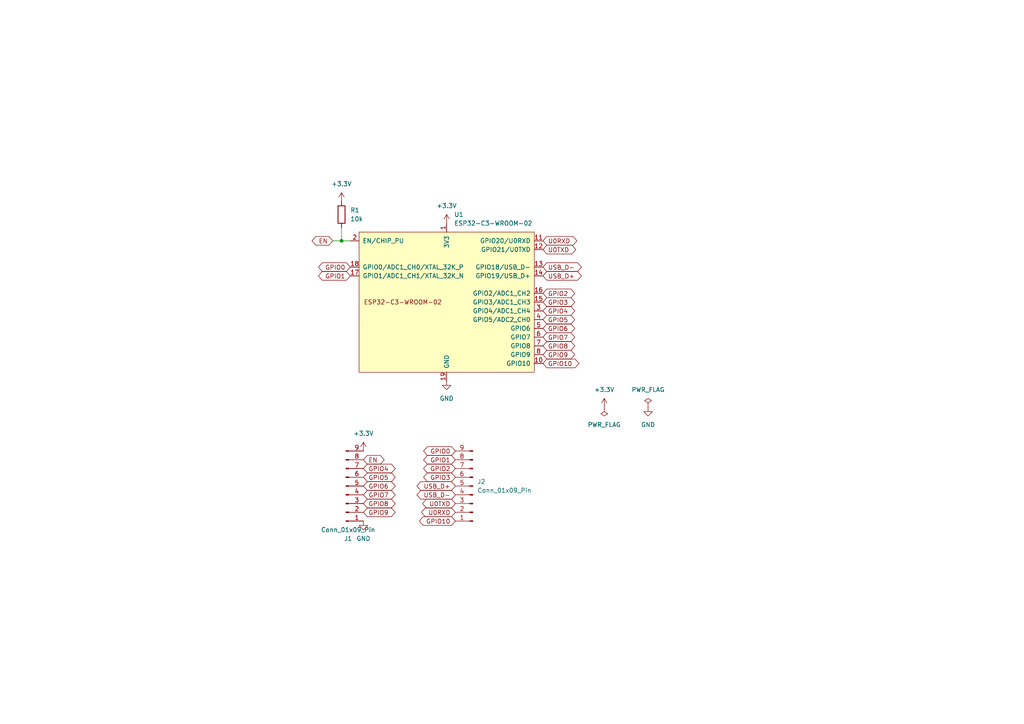
<source format=kicad_sch>
(kicad_sch (version 20230121) (generator eeschema)
  (paper "A4")
  (title_block (title "ESP32-C3-WROOM-02 Breakout Board") (date "2024-02-10") (rev "1") (company "K.Takata"))
  (lib_symbols
    (symbol "Connector:Conn_01x09_Pin" (pin_names (offset 1.016) hide)
      (property "Reference" "J" (at 0 12.7 0))
      (property "Value" "Conn_01x09_Pin" (at 0 -12.7 0))
      (symbol "Conn_01x09_Pin_1_1"
        (polyline (pts (xy 1.27 -10.16) (xy 0.8636 -10.16)) (stroke (width 0.1524)))
        (polyline (pts (xy 1.27 -7.62) (xy 0.8636 -7.62)) (stroke (width 0.1524)))
        (polyline (pts (xy 1.27 -5.08) (xy 0.8636 -5.08)) (stroke (width 0.1524)))
        (polyline (pts (xy 1.27 -2.54) (xy 0.8636 -2.54)) (stroke (width 0.1524)))
        (polyline (pts (xy 1.27 0) (xy 0.8636 0)) (stroke (width 0.1524)))
        (polyline (pts (xy 1.27 2.54) (xy 0.8636 2.54)) (stroke (width 0.1524)))
        (polyline (pts (xy 1.27 5.08) (xy 0.8636 5.08)) (stroke (width 0.1524)))
        (polyline (pts (xy 1.27 7.62) (xy 0.8636 7.62)) (stroke (width 0.1524)))
        (polyline (pts (xy 1.27 10.16) (xy 0.8636 10.16)) (stroke (width 0.1524)))
        (rectangle (start 0.8636 -10.033) (end 0 -10.287) (stroke (width 0.1524)) (fill (type outline)))
        (rectangle (start 0.8636 -7.493) (end 0 -7.747) (stroke (width 0.1524)) (fill (type outline)))
        (rectangle (start 0.8636 -4.953) (end 0 -5.207) (stroke (width 0.1524)) (fill (type outline)))
        (rectangle (start 0.8636 -2.413) (end 0 -2.667) (stroke (width 0.1524)) (fill (type outline)))
        (rectangle (start 0.8636 0.127) (end 0 -0.127) (stroke (width 0.1524)) (fill (type outline)))
        (rectangle (start 0.8636 2.667) (end 0 2.413) (stroke (width 0.1524)) (fill (type outline)))
        (rectangle (start 0.8636 5.207) (end 0 4.953) (stroke (width 0.1524)) (fill (type outline)))
        (rectangle (start 0.8636 7.747) (end 0 7.493) (stroke (width 0.1524)) (fill (type outline)))
        (rectangle (start 0.8636 10.287) (end 0 10.033) (stroke (width 0.1524)) (fill (type outline)))
        (pin passive line (at 5.08 10.16 180) (length 3.81) (name "Pin_1") (number "1"))
        (pin passive line (at 5.08 7.62 180) (length 3.81) (name "Pin_2") (number "2"))
        (pin passive line (at 5.08 5.08 180) (length 3.81) (name "Pin_3") (number "3"))
        (pin passive line (at 5.08 2.54 180) (length 3.81) (name "Pin_4") (number "4"))
        (pin passive line (at 5.08 0 180) (length 3.81) (name "Pin_5") (number "5"))
        (pin passive line (at 5.08 -2.54 180) (length 3.81) (name "Pin_6") (number "6"))
        (pin passive line (at 5.08 -5.08 180) (length 3.81) (name "Pin_7") (number "7"))
        (pin passive line (at 5.08 -7.62 180) (length 3.81) (name "Pin_8") (number "8"))
        (pin passive line (at 5.08 -10.16 180) (length 3.81) (name "Pin_9") (number "9"))
      )
    )
    (symbol "Device:R" (pin_numbers hide) (pin_names (offset 0))
      (property "Reference" "R" (at 2.032 0 90))
      (property "Value" "R" (at 0 0 90))
      (symbol "R_0_1"
        (rectangle (start -1.016 -2.54) (end 1.016 2.54) (stroke (width 0.254)))
      )
      (symbol "R_1_1"
        (pin passive line (at 0 3.81 270) (length 1.27) (name "~") (number "1"))
        (pin passive line (at 0 -3.81 90) (length 1.27) (name "~") (number "2"))
      )
    )
    (symbol "PCM_Espressif:ESP32-C3-WROOM-02" (pin_names (offset 1.016))
      (property "Reference" "U" (at -25.4 25.4 0))
      (property "Value" "ESP32-C3-WROOM-02" (at -25.4 22.86 0))
      (symbol "ESP32-C3-WROOM-02_0_0"
        (text "ESP32-C3-WROOM-02" (at -12.7 0 0) (effects (font (size 1.27 1.27))))
      )
      (symbol "ESP32-C3-WROOM-02_0_1"
        (rectangle (start 25.4 20.32) (end -25.4 -20.32) (fill (type background)))
      )
      (symbol "ESP32-C3-WROOM-02_1_1"
        (pin power_in line (at 0 22.86 270) (length 2.54) (name "3V3") (number "1"))
        (pin bidirectional line (at 27.94 -17.78 180) (length 2.54) (name "GPIO10") (number "10"))
        (pin bidirectional line (at 27.94 17.78 180) (length 2.54) (name "GPIO20/U0RXD") (number "11"))
        (pin bidirectional line (at 27.94 15.24 180) (length 2.54) (name "GPIO21/U0TXD") (number "12"))
        (pin bidirectional line (at 27.94 10.16 180) (length 2.54) (name "GPIO18/USB_D-") (number "13"))
        (pin bidirectional line (at 27.94 7.62 180) (length 2.54) (name "GPIO19/USB_D+") (number "14"))
        (pin bidirectional line (at 27.94 0 180) (length 2.54) (name "GPIO3/ADC1_CH3") (number "15"))
        (pin bidirectional line (at 27.94 2.54 180) (length 2.54) (name "GPIO2/ADC1_CH2") (number "16"))
        (pin bidirectional line (at -27.94 7.62 0) (length 2.54) (name "GPIO1/ADC1_CH1/XTAL_32K_N") (number "17"))
        (pin bidirectional line (at -27.94 10.16 0) (length 2.54) (name "GPIO0/ADC1_CH0/XTAL_32K_P") (number "18"))
        (pin power_in line (at 0 -22.86 90) (length 2.54) (name "GND") (number "19"))
        (pin input line (at -27.94 17.78 0) (length 2.54) (name "EN/CHIP_PU") (number "2"))
        (pin bidirectional line (at 27.94 -2.54 180) (length 2.54) (name "GPIO4/ADC1_CH4") (number "3"))
        (pin bidirectional line (at 27.94 -5.08 180) (length 2.54) (name "GPIO5/ADC2_CH0") (number "4"))
        (pin bidirectional line (at 27.94 -7.62 180) (length 2.54) (name "GPIO6") (number "5"))
        (pin bidirectional line (at 27.94 -10.16 180) (length 2.54) (name "GPIO7") (number "6"))
        (pin bidirectional line (at 27.94 -12.7 180) (length 2.54) (name "GPIO8") (number "7"))
        (pin bidirectional line (at 27.94 -15.24 180) (length 2.54) (name "GPIO9") (number "8"))
        (pin passive line (at 0 -22.86 90) (length 2.54) hide (name "GND") (number "9"))
      )
    )
    (symbol "power:+3.3V" (power) (pin_names (offset 0))
      (property "Value" "+3.3V" (at 0 3.556 0))
      (symbol "+3.3V_0_1"
        (polyline (pts (xy -0.762 1.27) (xy 0 2.54)))
        (polyline (pts (xy 0 0) (xy 0 2.54)))
        (polyline (pts (xy 0 2.54) (xy 0.762 1.27)))
      )
      (symbol "+3.3V_1_1"
        (pin power_in line (at 0 0 90) (length 0) hide (name "+3.3V") (number "1"))
      )
    )
    (symbol "power:GND" (power) (pin_names (offset 0))
      (property "Value" "GND" (at 0 -3.81 0))
      (symbol "GND_0_1"
        (polyline (pts (xy 0 0) (xy 0 -1.27) (xy 1.27 -1.27) (xy 0 -2.54) (xy -1.27 -1.27) (xy 0 -1.27)))
      )
      (symbol "GND_1_1"
        (pin power_in line (at 0 0 270) (length 0) hide (name "GND") (number "1"))
      )
    )
    (symbol "power:PWR_FLAG" (power) (pin_numbers hide) (pin_names (offset 0) hide)
      (property "Value" "PWR_FLAG" (at 0 3.81 0))
      (symbol "PWR_FLAG_0_0"
        (pin power_out line (at 0 0 90) (length 0) (name "pwr") (number "1"))
      )
      (symbol "PWR_FLAG_0_1"
        (polyline (pts (xy 0 0) (xy 0 1.27) (xy -1.016 1.905) (xy 0 2.54) (xy 1.016 1.905) (xy 0 1.27)))
      )
    )
  )
  (junction (at 99.06 69.85))
  (wire (pts (xy 96.52 69.85) (xy 99.06 69.85)))
  (wire (pts (xy 99.06 66.04) (xy 99.06 69.85)))
  (wire (pts (xy 99.06 69.85) (xy 101.6 69.85)))
  (global_label "GPIO10" (shape bidirectional) (at 132.08 151.13 180) (property "Intersheetrefs" "${INTERSHEET_REFS}" (effects hide)))
  (global_label "GPIO4" (shape bidirectional) (at 157.48 90.17 0) (property "Intersheetrefs" "${INTERSHEET_REFS}" (effects hide)))
  (global_label "GPIO8" (shape bidirectional) (at 157.48 100.33 0) (property "Intersheetrefs" "${INTERSHEET_REFS}" (effects hide)))
  (global_label "USB_D-" (shape bidirectional) (at 132.08 143.51 180) (property "Intersheetrefs" "${INTERSHEET_REFS}" (effects hide)))
  (global_label "USB_D-" (shape bidirectional) (at 157.48 77.47 0) (property "Intersheetrefs" "${INTERSHEET_REFS}" (effects hide)))
  (global_label "GPIO0" (shape bidirectional) (at 132.08 130.81 180) (property "Intersheetrefs" "${INTERSHEET_REFS}" (effects hide)))
  (global_label "GPIO7" (shape bidirectional) (at 157.48 97.79 0) (property "Intersheetrefs" "${INTERSHEET_REFS}" (effects hide)))
  (global_label "GPIO2" (shape bidirectional) (at 157.48 85.09 0) (property "Intersheetrefs" "${INTERSHEET_REFS}" (effects hide)))
  (global_label "GPIO2" (shape bidirectional) (at 132.08 135.89 180) (property "Intersheetrefs" "${INTERSHEET_REFS}" (effects hide)))
  (global_label "GPIO1" (shape bidirectional) (at 101.6 80.01 180) (property "Intersheetrefs" "${INTERSHEET_REFS}" (effects hide)))
  (global_label "USB_D+" (shape bidirectional) (at 132.08 140.97 180) (property "Intersheetrefs" "${INTERSHEET_REFS}" (effects hide)))
  (global_label "GPIO3" (shape bidirectional) (at 157.48 87.63 0) (property "Intersheetrefs" "${INTERSHEET_REFS}" (effects hide)))
  (global_label "GPIO8" (shape bidirectional) (at 105.41 146.05 0) (property "Intersheetrefs" "${INTERSHEET_REFS}" (effects hide)))
  (global_label "GPIO9" (shape bidirectional) (at 157.48 102.87 0) (property "Intersheetrefs" "${INTERSHEET_REFS}" (effects hide)))
  (global_label "U0TXD" (shape bidirectional) (at 132.08 146.05 180) (property "Intersheetrefs" "${INTERSHEET_REFS}" (effects hide)))
  (global_label "U0RXD" (shape bidirectional) (at 157.48 69.85 0) (property "Intersheetrefs" "${INTERSHEET_REFS}" (effects hide)))
  (global_label "EN" (shape bidirectional) (at 96.52 69.85 180) (property "Intersheetrefs" "${INTERSHEET_REFS}" (effects hide)))
  (global_label "U0TXD" (shape bidirectional) (at 157.48 72.39 0) (property "Intersheetrefs" "${INTERSHEET_REFS}" (effects hide)))
  (global_label "GPIO1" (shape bidirectional) (at 132.08 133.35 180) (property "Intersheetrefs" "${INTERSHEET_REFS}" (effects hide)))
  (global_label "GPIO3" (shape bidirectional) (at 132.08 138.43 180) (property "Intersheetrefs" "${INTERSHEET_REFS}" (effects hide)))
  (global_label "GPIO4" (shape bidirectional) (at 105.41 135.89 0) (property "Intersheetrefs" "${INTERSHEET_REFS}" (effects hide)))
  (global_label "EN" (shape bidirectional) (at 105.41 133.35 0) (property "Intersheetrefs" "${INTERSHEET_REFS}" (effects hide)))
  (global_label "GPIO9" (shape bidirectional) (at 105.41 148.59 0) (property "Intersheetrefs" "${INTERSHEET_REFS}" (effects hide)))
  (global_label "GPIO7" (shape bidirectional) (at 105.41 143.51 0) (property "Intersheetrefs" "${INTERSHEET_REFS}" (effects hide)))
  (global_label "GPIO5" (shape bidirectional) (at 105.41 138.43 0) (property "Intersheetrefs" "${INTERSHEET_REFS}" (effects hide)))
  (global_label "USB_D+" (shape bidirectional) (at 157.48 80.01 0) (property "Intersheetrefs" "${INTERSHEET_REFS}" (effects hide)))
  (global_label "GPIO6" (shape bidirectional) (at 105.41 140.97 0) (property "Intersheetrefs" "${INTERSHEET_REFS}" (effects hide)))
  (global_label "GPIO10" (shape bidirectional) (at 157.48 105.41 0) (property "Intersheetrefs" "${INTERSHEET_REFS}" (effects hide)))
  (global_label "GPIO6" (shape bidirectional) (at 157.48 95.25 0) (property "Intersheetrefs" "${INTERSHEET_REFS}" (effects hide)))
  (global_label "GPIO5" (shape bidirectional) (at 157.48 92.71 0) (property "Intersheetrefs" "${INTERSHEET_REFS}" (effects hide)))
  (global_label "GPIO0" (shape bidirectional) (at 101.6 77.47 180) (property "Intersheetrefs" "${INTERSHEET_REFS}" (effects hide)))
  (global_label "U0RXD" (shape bidirectional) (at 132.08 148.59 180) (property "Intersheetrefs" "${INTERSHEET_REFS}" (effects hide)))
  (symbol (lib_id "power:GND") (at 187.96 118.11 0) (unit 1)
    (property "Reference" "#PWR06" (effects hide))
    (property "Value" "GND" (at 187.96 123.19 0))
  )
  (symbol (lib_id "Device:R") (at 99.06 62.23 0) (unit 1)
    (property "Reference" "R1" (at 101.6 60.96 0) (effects (justify left)))
    (property "Value" "10k" (at 101.6 63.5 0) (effects (justify left)))
    (property "Footprint" "Resistor_SMD:R_0805_2012Metric_Pad1.20x1.40mm_HandSolder" (effects hide))
  )
  (symbol (lib_id "PCM_Espressif:ESP32-C3-WROOM-02") (at 129.54 87.63 0) (unit 1)
    (property "Reference" "U1" (at 131.7341 62.23 0) (effects (justify left)))
    (property "Value" "ESP32-C3-WROOM-02" (at 131.7341 64.77 0) (effects (justify left)))
    (property "Footprint" "PCM_Espressif:ESP32-C3-WROOM-02" (effects hide))
    (property "Datasheet" "https://www.espressif.com/sites/default/files/documentation/esp32-c3-wroom-02_datasheet_en.pdf" (effects hide))
  )
  (symbol (lib_id "power:PWR_FLAG") (at 175.26 118.11 0) (mirror x) (unit 1)
    (property "Reference" "#FLG01" (effects hide))
    (property "Value" "PWR_FLAG" (at 175.26 123.19 0))
  )
  (symbol (lib_id "power:+3.3V") (at 129.54 64.77 0) (unit 1)
    (property "Reference" "#PWR03" (effects hide))
    (property "Value" "+3.3V" (at 129.54 59.69 0))
  )
  (symbol (lib_id "Connector:Conn_01x09_Pin") (at 137.16 140.97 180) (unit 1)
    (property "Reference" "J2" (at 138.43 139.7 0) (effects (justify right)))
    (property "Value" "Conn_01x09_Pin" (at 138.43 142.24 0) (effects (justify right)))
    (property "Footprint" "Connector_PinHeader_2.54mm:PinHeader_1x09_P2.54mm_Vertical" (effects hide))
  )
  (symbol (lib_id "power:+3.3V") (at 99.06 58.42 0) (unit 1)
    (property "Reference" "#PWR07" (effects hide))
    (property "Value" "+3.3V" (at 99.06 53.34 0))
  )
  (symbol (lib_id "power:+3.3V") (at 175.26 118.11 0) (unit 1)
    (property "Reference" "#PWR05" (effects hide))
    (property "Value" "+3.3V" (at 175.26 113.03 0))
  )
  (symbol (lib_id "Connector:Conn_01x09_Pin") (at 100.33 140.97 0) (mirror x) (unit 1)
    (property "Reference" "J1" (at 100.965 156.21 0))
    (property "Value" "Conn_01x09_Pin" (at 100.965 153.67 0))
    (property "Footprint" "Connector_PinHeader_2.54mm:PinHeader_1x09_P2.54mm_Vertical" (effects hide))
  )
  (symbol (lib_id "power:GND") (at 105.41 151.13 0) (unit 1)
    (property "Reference" "#PWR02" (effects hide))
    (property "Value" "GND" (at 105.41 156.21 0))
  )
  (symbol (lib_id "power:GND") (at 129.54 110.49 0) (unit 1)
    (property "Reference" "#PWR01" (effects hide))
    (property "Value" "GND" (at 129.54 115.57 0))
  )
  (symbol (lib_id "power:+3.3V") (at 105.41 130.81 0) (unit 1)
    (property "Reference" "#PWR04" (effects hide))
    (property "Value" "+3.3V" (at 105.41 125.73 0))
  )
  (symbol (lib_id "power:PWR_FLAG") (at 187.96 118.11 0) (unit 1)
    (property "Reference" "#FLG02" (effects hide))
    (property "Value" "PWR_FLAG" (at 187.96 113.03 0))
  )
)
</source>
